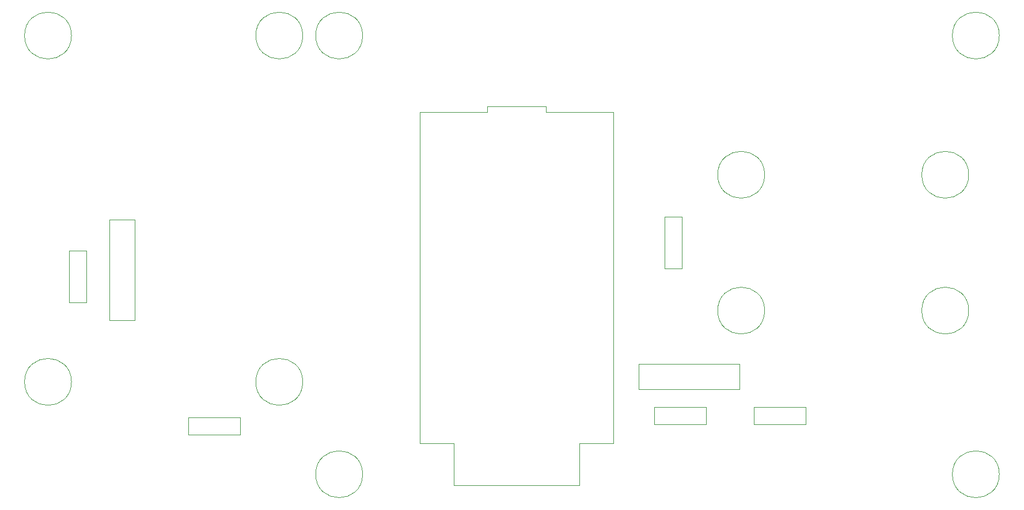
<source format=gbr>
%TF.GenerationSoftware,KiCad,Pcbnew,7.0.10*%
%TF.CreationDate,2024-02-03T15:37:23+02:00*%
%TF.ProjectId,Liubomir_Stanev_PCB,4c697562-6f6d-4697-925f-5374616e6576,rev?*%
%TF.SameCoordinates,Original*%
%TF.FileFunction,Other,User*%
%FSLAX46Y46*%
G04 Gerber Fmt 4.6, Leading zero omitted, Abs format (unit mm)*
G04 Created by KiCad (PCBNEW 7.0.10) date 2024-02-03 15:37:23*
%MOMM*%
%LPD*%
G01*
G04 APERTURE LIST*
%ADD10C,0.050000*%
G04 APERTURE END LIST*
D10*
%TO.C,U5*%
X144190000Y-99730000D02*
X151810000Y-99730000D01*
X144190000Y-102270000D02*
X144190000Y-99730000D01*
X144190000Y-102270000D02*
X151810000Y-102270000D01*
X151810000Y-102270000D02*
X151810000Y-99730000D01*
%TO.C,REF\u002A\u002A*%
X92550000Y-96000000D02*
G75*
G03*
X85650000Y-96000000I-3450000J0D01*
G01*
X85650000Y-96000000D02*
G75*
G03*
X92550000Y-96000000I3450000J0D01*
G01*
%TO.C,R1*%
X67850000Y-72100000D02*
X64150000Y-72100000D01*
X64150000Y-72100000D02*
X64150000Y-86900000D01*
X67850000Y-86900000D02*
X67850000Y-72100000D01*
X64150000Y-86900000D02*
X67850000Y-86900000D01*
%TO.C,REF\u002A\u002A*%
X101350000Y-109600000D02*
G75*
G03*
X94450000Y-109600000I-3450000J0D01*
G01*
X94450000Y-109600000D02*
G75*
G03*
X101350000Y-109600000I3450000J0D01*
G01*
X190450000Y-85500000D02*
G75*
G03*
X183550000Y-85500000I-3450000J0D01*
G01*
X183550000Y-85500000D02*
G75*
G03*
X190450000Y-85500000I3450000J0D01*
G01*
%TO.C,U2*%
X75690000Y-101230000D02*
X83310000Y-101230000D01*
X75690000Y-103770000D02*
X75690000Y-101230000D01*
X75690000Y-103770000D02*
X83310000Y-103770000D01*
X83310000Y-103770000D02*
X83310000Y-101230000D01*
%TO.C,REF\u002A\u002A*%
X194950000Y-45000000D02*
G75*
G03*
X188050000Y-45000000I-3450000J0D01*
G01*
X188050000Y-45000000D02*
G75*
G03*
X194950000Y-45000000I3450000J0D01*
G01*
X58550000Y-45000000D02*
G75*
G03*
X51650000Y-45000000I-3450000J0D01*
G01*
X51650000Y-45000000D02*
G75*
G03*
X58550000Y-45000000I3450000J0D01*
G01*
X101350000Y-45000000D02*
G75*
G03*
X94450000Y-45000000I-3450000J0D01*
G01*
X94450000Y-45000000D02*
G75*
G03*
X101350000Y-45000000I3450000J0D01*
G01*
%TO.C,U7*%
X138200000Y-105030000D02*
X138200000Y-56270000D01*
X138200000Y-56270000D02*
X128320000Y-56270000D01*
X133250000Y-111200000D02*
X114750000Y-111200000D01*
X133250000Y-105030000D02*
X138200000Y-105030000D01*
X133250000Y-105030000D02*
X133250000Y-111200000D01*
X128320000Y-56270000D02*
X128320000Y-55400000D01*
X128320000Y-55400000D02*
X119690000Y-55400000D01*
X119690000Y-56270000D02*
X109800000Y-56270000D01*
X119690000Y-55400000D02*
X119690000Y-56270000D01*
X114750000Y-111200000D02*
X114750000Y-105030000D01*
X109800000Y-105030000D02*
X114750000Y-105030000D01*
X109800000Y-56270000D02*
X109800000Y-105030000D01*
%TO.C,REF\u002A\u002A*%
X160450000Y-85500000D02*
G75*
G03*
X153550000Y-85500000I-3450000J0D01*
G01*
X153550000Y-85500000D02*
G75*
G03*
X160450000Y-85500000I3450000J0D01*
G01*
%TO.C,R2*%
X141950000Y-93350000D02*
X141950000Y-97050000D01*
X141950000Y-97050000D02*
X156750000Y-97050000D01*
X156750000Y-93350000D02*
X141950000Y-93350000D01*
X156750000Y-97050000D02*
X156750000Y-93350000D01*
%TO.C,U6*%
X158877000Y-99730000D02*
X166497000Y-99730000D01*
X158877000Y-102270000D02*
X158877000Y-99730000D01*
X158877000Y-102270000D02*
X166497000Y-102270000D01*
X166497000Y-102270000D02*
X166497000Y-99730000D01*
%TO.C,U3*%
X58230000Y-84310000D02*
X58230000Y-76690000D01*
X60770000Y-84310000D02*
X58230000Y-84310000D01*
X60770000Y-84310000D02*
X60770000Y-76690000D01*
X60770000Y-76690000D02*
X58230000Y-76690000D01*
%TO.C,REF\u002A\u002A*%
X160450000Y-65500000D02*
G75*
G03*
X153550000Y-65500000I-3450000J0D01*
G01*
X153550000Y-65500000D02*
G75*
G03*
X160450000Y-65500000I3450000J0D01*
G01*
X190450000Y-65500000D02*
G75*
G03*
X183550000Y-65500000I-3450000J0D01*
G01*
X183550000Y-65500000D02*
G75*
G03*
X190450000Y-65500000I3450000J0D01*
G01*
%TO.C,U4*%
X145730000Y-79310000D02*
X145730000Y-71690000D01*
X148270000Y-79310000D02*
X145730000Y-79310000D01*
X148270000Y-79310000D02*
X148270000Y-71690000D01*
X148270000Y-71690000D02*
X145730000Y-71690000D01*
%TO.C,REF\u002A\u002A*%
X194950000Y-109600000D02*
G75*
G03*
X188050000Y-109600000I-3450000J0D01*
G01*
X188050000Y-109600000D02*
G75*
G03*
X194950000Y-109600000I3450000J0D01*
G01*
X58550000Y-96000000D02*
G75*
G03*
X51650000Y-96000000I-3450000J0D01*
G01*
X51650000Y-96000000D02*
G75*
G03*
X58550000Y-96000000I3450000J0D01*
G01*
X92550000Y-45000000D02*
G75*
G03*
X85650000Y-45000000I-3450000J0D01*
G01*
X85650000Y-45000000D02*
G75*
G03*
X92550000Y-45000000I3450000J0D01*
G01*
%TD*%
M02*

</source>
